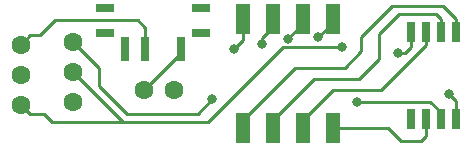
<source format=gbr>
G04 #@! TF.GenerationSoftware,KiCad,Pcbnew,5.0.2+dfsg1-1~bpo9+1*
G04 #@! TF.CreationDate,2019-04-13T15:56:37+01:00*
G04 #@! TF.ProjectId,smart_glasses,736d6172-745f-4676-9c61-737365732e6b,rev?*
G04 #@! TF.SameCoordinates,Original*
G04 #@! TF.FileFunction,Copper,L1,Top*
G04 #@! TF.FilePolarity,Positive*
%FSLAX46Y46*%
G04 Gerber Fmt 4.6, Leading zero omitted, Abs format (unit mm)*
G04 Created by KiCad (PCBNEW 5.0.2+dfsg1-1~bpo9+1) date Sat 13 Apr 2019 15:56:37 BST*
%MOMM*%
%LPD*%
G01*
G04 APERTURE LIST*
G04 #@! TA.AperFunction,SMDPad,CuDef*
%ADD10R,1.150000X2.500000*%
G04 #@! TD*
G04 #@! TA.AperFunction,SMDPad,CuDef*
%ADD11R,0.650000X1.700000*%
G04 #@! TD*
G04 #@! TA.AperFunction,SMDPad,CuDef*
%ADD12R,0.800000X2.000000*%
G04 #@! TD*
G04 #@! TA.AperFunction,SMDPad,CuDef*
%ADD13R,1.500000X0.800000*%
G04 #@! TD*
G04 #@! TA.AperFunction,ComponentPad*
%ADD14C,1.600000*%
G04 #@! TD*
G04 #@! TA.AperFunction,ViaPad*
%ADD15C,0.800000*%
G04 #@! TD*
G04 #@! TA.AperFunction,Conductor*
%ADD16C,0.250000*%
G04 #@! TD*
G04 APERTURE END LIST*
D10*
G04 #@! TO.P,U3,1*
G04 #@! TO.N,Net-(D1-Pad3)*
X130771900Y-73596500D03*
G04 #@! TO.P,U3,2*
X133324600Y-73596500D03*
G04 #@! TO.P,U3,3*
X135859520Y-73596500D03*
G04 #@! TO.P,U3,4*
X138402060Y-73596500D03*
G04 #@! TO.P,U3,5*
G04 #@! TO.N,Net-(U1-Pad2)*
X138402060Y-82814160D03*
G04 #@! TO.P,U3,6*
G04 #@! TO.N,Net-(U1-Pad7)*
X135864600Y-82814160D03*
G04 #@! TO.P,U3,7*
G04 #@! TO.N,Net-(U1-Pad6)*
X133324600Y-82814160D03*
G04 #@! TO.P,U3,8*
G04 #@! TO.N,Net-(U1-Pad5)*
X130784600Y-82814160D03*
G04 #@! TD*
D11*
G04 #@! TO.P,U1,1*
G04 #@! TO.N,Net-(U1-Pad1)*
X144983200Y-82034400D03*
G04 #@! TO.P,U1,2*
G04 #@! TO.N,Net-(U1-Pad2)*
X146253200Y-82034400D03*
G04 #@! TO.P,U1,3*
G04 #@! TO.N,Net-(D1-Pad4)*
X147523200Y-82034400D03*
G04 #@! TO.P,U1,4*
G04 #@! TO.N,Net-(D1-Pad3)*
X148793200Y-82034400D03*
G04 #@! TO.P,U1,5*
G04 #@! TO.N,Net-(U1-Pad5)*
X148793200Y-74734400D03*
G04 #@! TO.P,U1,6*
G04 #@! TO.N,Net-(U1-Pad6)*
X147523200Y-74734400D03*
G04 #@! TO.P,U1,7*
G04 #@! TO.N,Net-(U1-Pad7)*
X146253200Y-74734400D03*
G04 #@! TO.P,U1,8*
G04 #@! TO.N,Net-(D1-Pad1)*
X144983200Y-74734400D03*
G04 #@! TD*
D12*
G04 #@! TO.P,SW1,1*
G04 #@! TO.N,Net-(SW1-Pad1)*
X125501400Y-76111100D03*
G04 #@! TO.P,SW1,3*
G04 #@! TO.N,N/C*
X120789700Y-76111100D03*
G04 #@! TO.P,SW1,2*
G04 #@! TO.N,Net-(SW1-Pad2)*
X122491500Y-76111100D03*
D13*
G04 #@! TO.P,SW1,4*
G04 #@! TO.N,N/C*
X119062500Y-74777600D03*
X119075200Y-72669400D03*
X127228600Y-74790300D03*
X127228600Y-72669400D03*
G04 #@! TD*
D14*
G04 #@! TO.P,U4,1*
G04 #@! TO.N,Net-(D1-Pad3)*
X124942600Y-79578200D03*
G04 #@! TO.P,U4,2*
G04 #@! TO.N,Net-(SW1-Pad1)*
X122402600Y-79578200D03*
G04 #@! TD*
G04 #@! TO.P,U2,3*
G04 #@! TO.N,Net-(D1-Pad1)*
X111937800Y-80848200D03*
G04 #@! TO.P,U2,2*
G04 #@! TO.N,Net-(D1-Pad3)*
X111937800Y-78308200D03*
G04 #@! TO.P,U2,1*
G04 #@! TO.N,Net-(SW1-Pad2)*
X111937800Y-75768200D03*
G04 #@! TD*
G04 #@! TO.P,D1,4*
G04 #@! TO.N,Net-(D1-Pad4)*
X116382800Y-75565000D03*
G04 #@! TO.P,D1,1*
G04 #@! TO.N,Net-(D1-Pad1)*
X116382800Y-78105000D03*
G04 #@! TO.P,D1,3*
G04 #@! TO.N,Net-(D1-Pad3)*
X116382800Y-80645000D03*
G04 #@! TD*
D15*
G04 #@! TO.N,Net-(D1-Pad4)*
X140398500Y-80594200D03*
X128155700Y-80416400D03*
G04 #@! TO.N,Net-(D1-Pad1)*
X139128500Y-76009500D03*
X143916400Y-76466700D03*
G04 #@! TO.N,Net-(D1-Pad3)*
X148221700Y-79946500D03*
X130022600Y-76123800D03*
X132410200Y-75755500D03*
X134556500Y-75284500D03*
X137147300Y-75171300D03*
G04 #@! TD*
D16*
G04 #@! TO.N,Net-(D1-Pad4)*
X147523200Y-82034400D02*
X147523200Y-81509400D01*
X147523200Y-81509400D02*
X146608000Y-80594200D01*
X146608000Y-80594200D02*
X146573002Y-80594200D01*
X146573002Y-80594200D02*
X140398500Y-80594200D01*
X118592600Y-77774800D02*
X116382800Y-75565000D01*
X128155700Y-80416400D02*
X126911100Y-81661000D01*
X120980200Y-81661000D02*
X118592600Y-79273400D01*
X126911100Y-81661000D02*
X120980200Y-81661000D01*
X118592600Y-79273400D02*
X118592600Y-77774800D01*
G04 #@! TO.N,Net-(D1-Pad1)*
X111937800Y-80848200D02*
X112737799Y-81648199D01*
X112737799Y-81648199D02*
X113906199Y-81648199D01*
X113906199Y-81648199D02*
X114604800Y-82346800D01*
X117182799Y-78955799D02*
X120573800Y-82346800D01*
X117182799Y-78904999D02*
X117182799Y-78955799D01*
X116382800Y-78105000D02*
X117182799Y-78904999D01*
X114604800Y-82346800D02*
X120573800Y-82346800D01*
X120573800Y-82346800D02*
X127800100Y-82346800D01*
X134137400Y-76009500D02*
X139128500Y-76009500D01*
X127800100Y-82346800D02*
X134137400Y-76009500D01*
X144983200Y-75834400D02*
X144983200Y-74734400D01*
X144983200Y-75965585D02*
X144983200Y-75834400D01*
X144482085Y-76466700D02*
X144983200Y-75965585D01*
X143916400Y-76466700D02*
X144482085Y-76466700D01*
G04 #@! TO.N,Net-(U1-Pad2)*
X138402060Y-82814160D02*
X143024860Y-82814160D01*
X143024860Y-82814160D02*
X144106900Y-83896200D01*
X144106900Y-83896200D02*
X145846800Y-83896200D01*
X146253200Y-83489800D02*
X146253200Y-82034400D01*
X145846800Y-83896200D02*
X146253200Y-83489800D01*
G04 #@! TO.N,Net-(U1-Pad5)*
X148793200Y-73634400D02*
X147663100Y-72504300D01*
X148793200Y-74734400D02*
X148793200Y-73634400D01*
X147663100Y-72504300D02*
X143383000Y-72504300D01*
X143383000Y-72504300D02*
X140766800Y-75120500D01*
X140766800Y-75120500D02*
X140766800Y-76339700D01*
X140766800Y-76339700D02*
X139382500Y-77724000D01*
X135199760Y-77724000D02*
X130784600Y-82139160D01*
X130784600Y-82139160D02*
X130784600Y-82814160D01*
X139382500Y-77724000D02*
X135199760Y-77724000D01*
G04 #@! TO.N,Net-(U1-Pad6)*
X147523200Y-73634400D02*
X147078900Y-73190100D01*
X147523200Y-74734400D02*
X147523200Y-73634400D01*
X147078900Y-73190100D02*
X144005300Y-73190100D01*
X144005300Y-73190100D02*
X142290800Y-74904600D01*
X142290800Y-74904600D02*
X142290800Y-76962000D01*
X142290800Y-76962000D02*
X140550900Y-78701900D01*
X133324600Y-82139160D02*
X133324600Y-82814160D01*
X136761860Y-78701900D02*
X133324600Y-82139160D01*
X140550900Y-78701900D02*
X136761860Y-78701900D01*
G04 #@! TO.N,Net-(U1-Pad7)*
X146253200Y-75834400D02*
X142433200Y-79654400D01*
X146253200Y-74734400D02*
X146253200Y-75834400D01*
X135864600Y-82139160D02*
X135864600Y-82814160D01*
X138349360Y-79654400D02*
X135864600Y-82139160D01*
X142433200Y-79654400D02*
X138349360Y-79654400D01*
G04 #@! TO.N,Net-(SW1-Pad2)*
X122186700Y-76873100D02*
X122186700Y-76273100D01*
X112737799Y-74968201D02*
X113575999Y-74968201D01*
X111937800Y-75768200D02*
X112737799Y-74968201D01*
X113575999Y-74968201D02*
X114858800Y-73685400D01*
X114858800Y-73685400D02*
X121843800Y-73685400D01*
X122491500Y-74333100D02*
X122491500Y-76111100D01*
X121843800Y-73685400D02*
X122491500Y-74333100D01*
G04 #@! TO.N,Net-(D1-Pad3)*
X148793200Y-80518000D02*
X148221700Y-79946500D01*
X148793200Y-82034400D02*
X148793200Y-80518000D01*
X130771900Y-75374500D02*
X130022600Y-76123800D01*
X130771900Y-73596500D02*
X130771900Y-75374500D01*
X132410200Y-75185900D02*
X132410200Y-75755500D01*
X133324600Y-74271500D02*
X132410200Y-75185900D01*
X133324600Y-73596500D02*
X133324600Y-74271500D01*
X135859520Y-73981480D02*
X134556500Y-75284500D01*
X135859520Y-73596500D02*
X135859520Y-73981480D01*
X138402060Y-73916540D02*
X137147300Y-75171300D01*
X138402060Y-73596500D02*
X138402060Y-73916540D01*
G04 #@! TO.N,Net-(SW1-Pad1)*
X125501400Y-76479400D02*
X125501400Y-76111100D01*
X122402600Y-79578200D02*
X125501400Y-76479400D01*
G04 #@! TD*
M02*

</source>
